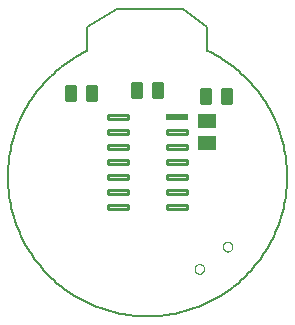
<source format=gbp>
G75*
%MOIN*%
%OFA0B0*%
%FSLAX25Y25*%
%IPPOS*%
%LPD*%
%AMOC8*
5,1,8,0,0,1.08239X$1,22.5*
%
%ADD10C,0.00600*%
%ADD11C,0.00000*%
%ADD12R,0.07677X0.02323*%
%ADD13C,0.01161*%
%ADD14C,0.01000*%
%ADD15R,0.05906X0.05118*%
D10*
X0061300Y0123300D02*
X0060276Y0122797D01*
X0059265Y0122269D01*
X0058267Y0121717D01*
X0057283Y0121140D01*
X0056314Y0120539D01*
X0055359Y0119915D01*
X0054420Y0119267D01*
X0053498Y0118597D01*
X0052591Y0117904D01*
X0051703Y0117189D01*
X0050832Y0116453D01*
X0049979Y0115695D01*
X0049145Y0114917D01*
X0048331Y0114118D01*
X0047536Y0113300D01*
X0046761Y0112463D01*
X0046008Y0111606D01*
X0045275Y0110732D01*
X0044565Y0109840D01*
X0043876Y0108931D01*
X0043210Y0108005D01*
X0042567Y0107063D01*
X0041947Y0106106D01*
X0041350Y0105133D01*
X0040778Y0104147D01*
X0040230Y0103146D01*
X0039707Y0102133D01*
X0039208Y0101107D01*
X0038735Y0100069D01*
X0038288Y0099020D01*
X0037867Y0097960D01*
X0037471Y0096890D01*
X0037102Y0095811D01*
X0036760Y0094723D01*
X0036444Y0093627D01*
X0036155Y0092523D01*
X0035894Y0091413D01*
X0035659Y0090297D01*
X0035452Y0089175D01*
X0035273Y0088049D01*
X0035122Y0086918D01*
X0034998Y0085784D01*
X0034902Y0084648D01*
X0034833Y0083509D01*
X0034793Y0082369D01*
X0034781Y0081229D01*
X0034797Y0080088D01*
X0034840Y0078948D01*
X0034912Y0077810D01*
X0035012Y0076674D01*
X0035139Y0075540D01*
X0035294Y0074410D01*
X0035477Y0073285D01*
X0035687Y0072163D01*
X0035925Y0071048D01*
X0036190Y0069938D01*
X0036482Y0068836D01*
X0036801Y0067741D01*
X0037147Y0066654D01*
X0037519Y0065576D01*
X0037918Y0064507D01*
X0038343Y0063449D01*
X0038793Y0062401D01*
X0039269Y0061364D01*
X0039771Y0060340D01*
X0040297Y0059328D01*
X0040848Y0058329D01*
X0041423Y0057344D01*
X0042023Y0056374D01*
X0042646Y0055418D01*
X0043292Y0054478D01*
X0043961Y0053555D01*
X0044652Y0052648D01*
X0045366Y0051758D01*
X0046101Y0050886D01*
X0046857Y0050032D01*
X0047634Y0049197D01*
X0048431Y0048381D01*
X0049248Y0047585D01*
X0050085Y0046809D01*
X0050940Y0046054D01*
X0051813Y0045321D01*
X0052704Y0044608D01*
X0053612Y0043918D01*
X0054537Y0043251D01*
X0055478Y0042606D01*
X0056434Y0041985D01*
X0057405Y0041387D01*
X0058391Y0040813D01*
X0059391Y0040263D01*
X0060403Y0039739D01*
X0061429Y0039239D01*
X0062466Y0038764D01*
X0063514Y0038315D01*
X0064574Y0037892D01*
X0065643Y0037495D01*
X0066722Y0037124D01*
X0067809Y0036780D01*
X0068905Y0036463D01*
X0070008Y0036172D01*
X0071117Y0035909D01*
X0072233Y0035673D01*
X0073355Y0035465D01*
X0074481Y0035284D01*
X0075611Y0035130D01*
X0076745Y0035005D01*
X0077881Y0034907D01*
X0079020Y0034837D01*
X0080159Y0034795D01*
X0081300Y0034781D01*
X0082441Y0034795D01*
X0083580Y0034837D01*
X0084719Y0034907D01*
X0085855Y0035005D01*
X0086989Y0035130D01*
X0088119Y0035284D01*
X0089245Y0035465D01*
X0090367Y0035673D01*
X0091483Y0035909D01*
X0092592Y0036172D01*
X0093695Y0036463D01*
X0094791Y0036780D01*
X0095878Y0037124D01*
X0096957Y0037495D01*
X0098026Y0037892D01*
X0099086Y0038315D01*
X0100134Y0038764D01*
X0101171Y0039239D01*
X0102197Y0039739D01*
X0103209Y0040263D01*
X0104209Y0040813D01*
X0105195Y0041387D01*
X0106166Y0041985D01*
X0107122Y0042606D01*
X0108063Y0043251D01*
X0108988Y0043918D01*
X0109896Y0044608D01*
X0110787Y0045321D01*
X0111660Y0046054D01*
X0112515Y0046809D01*
X0113352Y0047585D01*
X0114169Y0048381D01*
X0114966Y0049197D01*
X0115743Y0050032D01*
X0116499Y0050886D01*
X0117234Y0051758D01*
X0117948Y0052648D01*
X0118639Y0053555D01*
X0119308Y0054478D01*
X0119954Y0055418D01*
X0120577Y0056374D01*
X0121177Y0057344D01*
X0121752Y0058329D01*
X0122303Y0059328D01*
X0122829Y0060340D01*
X0123331Y0061364D01*
X0123807Y0062401D01*
X0124257Y0063449D01*
X0124682Y0064507D01*
X0125081Y0065576D01*
X0125453Y0066654D01*
X0125799Y0067741D01*
X0126118Y0068836D01*
X0126410Y0069938D01*
X0126675Y0071048D01*
X0126913Y0072163D01*
X0127123Y0073285D01*
X0127306Y0074410D01*
X0127461Y0075540D01*
X0127588Y0076674D01*
X0127688Y0077810D01*
X0127760Y0078948D01*
X0127803Y0080088D01*
X0127819Y0081229D01*
X0127807Y0082369D01*
X0127767Y0083509D01*
X0127698Y0084648D01*
X0127602Y0085784D01*
X0127478Y0086918D01*
X0127327Y0088049D01*
X0127148Y0089175D01*
X0126941Y0090297D01*
X0126706Y0091413D01*
X0126445Y0092523D01*
X0126156Y0093627D01*
X0125840Y0094723D01*
X0125498Y0095811D01*
X0125129Y0096890D01*
X0124733Y0097960D01*
X0124312Y0099020D01*
X0123865Y0100069D01*
X0123392Y0101107D01*
X0122893Y0102133D01*
X0122370Y0103146D01*
X0121822Y0104147D01*
X0121250Y0105133D01*
X0120653Y0106106D01*
X0120033Y0107063D01*
X0119390Y0108005D01*
X0118724Y0108931D01*
X0118035Y0109840D01*
X0117325Y0110732D01*
X0116592Y0111606D01*
X0115839Y0112463D01*
X0115064Y0113300D01*
X0114269Y0114118D01*
X0113455Y0114917D01*
X0112621Y0115695D01*
X0111768Y0116453D01*
X0110897Y0117189D01*
X0110009Y0117904D01*
X0109102Y0118597D01*
X0108180Y0119267D01*
X0107241Y0119915D01*
X0106286Y0120539D01*
X0105317Y0121140D01*
X0104333Y0121717D01*
X0103335Y0122269D01*
X0102324Y0122797D01*
X0101300Y0123300D01*
X0101300Y0131300D01*
X0093300Y0137300D01*
X0071300Y0137300D01*
X0061300Y0131300D01*
X0061300Y0123300D01*
D11*
X0106428Y0057994D02*
X0106430Y0058074D01*
X0106436Y0058153D01*
X0106446Y0058232D01*
X0106460Y0058311D01*
X0106477Y0058389D01*
X0106499Y0058466D01*
X0106524Y0058541D01*
X0106554Y0058615D01*
X0106586Y0058688D01*
X0106623Y0058759D01*
X0106663Y0058828D01*
X0106706Y0058895D01*
X0106753Y0058960D01*
X0106802Y0059022D01*
X0106855Y0059082D01*
X0106911Y0059139D01*
X0106969Y0059194D01*
X0107030Y0059245D01*
X0107094Y0059293D01*
X0107160Y0059338D01*
X0107228Y0059380D01*
X0107298Y0059418D01*
X0107370Y0059452D01*
X0107443Y0059483D01*
X0107518Y0059511D01*
X0107595Y0059534D01*
X0107672Y0059554D01*
X0107750Y0059570D01*
X0107829Y0059582D01*
X0107908Y0059590D01*
X0107988Y0059594D01*
X0108068Y0059594D01*
X0108148Y0059590D01*
X0108227Y0059582D01*
X0108306Y0059570D01*
X0108384Y0059554D01*
X0108461Y0059534D01*
X0108538Y0059511D01*
X0108613Y0059483D01*
X0108686Y0059452D01*
X0108758Y0059418D01*
X0108828Y0059380D01*
X0108896Y0059338D01*
X0108962Y0059293D01*
X0109026Y0059245D01*
X0109087Y0059194D01*
X0109145Y0059139D01*
X0109201Y0059082D01*
X0109254Y0059022D01*
X0109303Y0058960D01*
X0109350Y0058895D01*
X0109393Y0058828D01*
X0109433Y0058759D01*
X0109470Y0058688D01*
X0109502Y0058615D01*
X0109532Y0058541D01*
X0109557Y0058466D01*
X0109579Y0058389D01*
X0109596Y0058311D01*
X0109610Y0058232D01*
X0109620Y0058153D01*
X0109626Y0058074D01*
X0109628Y0057994D01*
X0109626Y0057914D01*
X0109620Y0057835D01*
X0109610Y0057756D01*
X0109596Y0057677D01*
X0109579Y0057599D01*
X0109557Y0057522D01*
X0109532Y0057447D01*
X0109502Y0057373D01*
X0109470Y0057300D01*
X0109433Y0057229D01*
X0109393Y0057160D01*
X0109350Y0057093D01*
X0109303Y0057028D01*
X0109254Y0056966D01*
X0109201Y0056906D01*
X0109145Y0056849D01*
X0109087Y0056794D01*
X0109026Y0056743D01*
X0108962Y0056695D01*
X0108896Y0056650D01*
X0108828Y0056608D01*
X0108758Y0056570D01*
X0108686Y0056536D01*
X0108613Y0056505D01*
X0108538Y0056477D01*
X0108461Y0056454D01*
X0108384Y0056434D01*
X0108306Y0056418D01*
X0108227Y0056406D01*
X0108148Y0056398D01*
X0108068Y0056394D01*
X0107988Y0056394D01*
X0107908Y0056398D01*
X0107829Y0056406D01*
X0107750Y0056418D01*
X0107672Y0056434D01*
X0107595Y0056454D01*
X0107518Y0056477D01*
X0107443Y0056505D01*
X0107370Y0056536D01*
X0107298Y0056570D01*
X0107228Y0056608D01*
X0107160Y0056650D01*
X0107094Y0056695D01*
X0107030Y0056743D01*
X0106969Y0056794D01*
X0106911Y0056849D01*
X0106855Y0056906D01*
X0106802Y0056966D01*
X0106753Y0057028D01*
X0106706Y0057093D01*
X0106663Y0057160D01*
X0106623Y0057229D01*
X0106586Y0057300D01*
X0106554Y0057373D01*
X0106524Y0057447D01*
X0106499Y0057522D01*
X0106477Y0057599D01*
X0106460Y0057677D01*
X0106446Y0057756D01*
X0106436Y0057835D01*
X0106430Y0057914D01*
X0106428Y0057994D01*
X0096972Y0050606D02*
X0096974Y0050686D01*
X0096980Y0050765D01*
X0096990Y0050844D01*
X0097004Y0050923D01*
X0097021Y0051001D01*
X0097043Y0051078D01*
X0097068Y0051153D01*
X0097098Y0051227D01*
X0097130Y0051300D01*
X0097167Y0051371D01*
X0097207Y0051440D01*
X0097250Y0051507D01*
X0097297Y0051572D01*
X0097346Y0051634D01*
X0097399Y0051694D01*
X0097455Y0051751D01*
X0097513Y0051806D01*
X0097574Y0051857D01*
X0097638Y0051905D01*
X0097704Y0051950D01*
X0097772Y0051992D01*
X0097842Y0052030D01*
X0097914Y0052064D01*
X0097987Y0052095D01*
X0098062Y0052123D01*
X0098139Y0052146D01*
X0098216Y0052166D01*
X0098294Y0052182D01*
X0098373Y0052194D01*
X0098452Y0052202D01*
X0098532Y0052206D01*
X0098612Y0052206D01*
X0098692Y0052202D01*
X0098771Y0052194D01*
X0098850Y0052182D01*
X0098928Y0052166D01*
X0099005Y0052146D01*
X0099082Y0052123D01*
X0099157Y0052095D01*
X0099230Y0052064D01*
X0099302Y0052030D01*
X0099372Y0051992D01*
X0099440Y0051950D01*
X0099506Y0051905D01*
X0099570Y0051857D01*
X0099631Y0051806D01*
X0099689Y0051751D01*
X0099745Y0051694D01*
X0099798Y0051634D01*
X0099847Y0051572D01*
X0099894Y0051507D01*
X0099937Y0051440D01*
X0099977Y0051371D01*
X0100014Y0051300D01*
X0100046Y0051227D01*
X0100076Y0051153D01*
X0100101Y0051078D01*
X0100123Y0051001D01*
X0100140Y0050923D01*
X0100154Y0050844D01*
X0100164Y0050765D01*
X0100170Y0050686D01*
X0100172Y0050606D01*
X0100170Y0050526D01*
X0100164Y0050447D01*
X0100154Y0050368D01*
X0100140Y0050289D01*
X0100123Y0050211D01*
X0100101Y0050134D01*
X0100076Y0050059D01*
X0100046Y0049985D01*
X0100014Y0049912D01*
X0099977Y0049841D01*
X0099937Y0049772D01*
X0099894Y0049705D01*
X0099847Y0049640D01*
X0099798Y0049578D01*
X0099745Y0049518D01*
X0099689Y0049461D01*
X0099631Y0049406D01*
X0099570Y0049355D01*
X0099506Y0049307D01*
X0099440Y0049262D01*
X0099372Y0049220D01*
X0099302Y0049182D01*
X0099230Y0049148D01*
X0099157Y0049117D01*
X0099082Y0049089D01*
X0099005Y0049066D01*
X0098928Y0049046D01*
X0098850Y0049030D01*
X0098771Y0049018D01*
X0098692Y0049010D01*
X0098612Y0049006D01*
X0098532Y0049006D01*
X0098452Y0049010D01*
X0098373Y0049018D01*
X0098294Y0049030D01*
X0098216Y0049046D01*
X0098139Y0049066D01*
X0098062Y0049089D01*
X0097987Y0049117D01*
X0097914Y0049148D01*
X0097842Y0049182D01*
X0097772Y0049220D01*
X0097704Y0049262D01*
X0097638Y0049307D01*
X0097574Y0049355D01*
X0097513Y0049406D01*
X0097455Y0049461D01*
X0097399Y0049518D01*
X0097346Y0049578D01*
X0097297Y0049640D01*
X0097250Y0049705D01*
X0097207Y0049772D01*
X0097167Y0049841D01*
X0097130Y0049912D01*
X0097098Y0049985D01*
X0097068Y0050059D01*
X0097043Y0050134D01*
X0097021Y0050211D01*
X0097004Y0050289D01*
X0096990Y0050368D01*
X0096980Y0050447D01*
X0096974Y0050526D01*
X0096972Y0050606D01*
D12*
X0091064Y0101300D03*
D13*
X0074794Y0071881D02*
X0068278Y0071881D01*
X0074794Y0071881D02*
X0074794Y0070719D01*
X0068278Y0070719D01*
X0068278Y0071881D01*
X0068278Y0071822D02*
X0074794Y0071822D01*
X0074794Y0076881D02*
X0068278Y0076881D01*
X0074794Y0076881D02*
X0074794Y0075719D01*
X0068278Y0075719D01*
X0068278Y0076881D01*
X0068278Y0076822D02*
X0074794Y0076822D01*
X0074794Y0081881D02*
X0068278Y0081881D01*
X0074794Y0081881D02*
X0074794Y0080719D01*
X0068278Y0080719D01*
X0068278Y0081881D01*
X0068278Y0081822D02*
X0074794Y0081822D01*
X0074794Y0086881D02*
X0068278Y0086881D01*
X0074794Y0086881D02*
X0074794Y0085719D01*
X0068278Y0085719D01*
X0068278Y0086881D01*
X0068278Y0086822D02*
X0074794Y0086822D01*
X0074794Y0091881D02*
X0068278Y0091881D01*
X0074794Y0091881D02*
X0074794Y0090719D01*
X0068278Y0090719D01*
X0068278Y0091881D01*
X0068278Y0091822D02*
X0074794Y0091822D01*
X0074794Y0096881D02*
X0068278Y0096881D01*
X0074794Y0096881D02*
X0074794Y0095719D01*
X0068278Y0095719D01*
X0068278Y0096881D01*
X0068278Y0096822D02*
X0074794Y0096822D01*
X0074794Y0101881D02*
X0068278Y0101881D01*
X0074794Y0101881D02*
X0074794Y0100719D01*
X0068278Y0100719D01*
X0068278Y0101881D01*
X0068278Y0101822D02*
X0074794Y0101822D01*
X0087806Y0096881D02*
X0094322Y0096881D01*
X0094322Y0095719D01*
X0087806Y0095719D01*
X0087806Y0096881D01*
X0087806Y0096822D02*
X0094322Y0096822D01*
X0094322Y0091881D02*
X0087806Y0091881D01*
X0094322Y0091881D02*
X0094322Y0090719D01*
X0087806Y0090719D01*
X0087806Y0091881D01*
X0087806Y0091822D02*
X0094322Y0091822D01*
X0094322Y0086881D02*
X0087806Y0086881D01*
X0094322Y0086881D02*
X0094322Y0085719D01*
X0087806Y0085719D01*
X0087806Y0086881D01*
X0087806Y0086822D02*
X0094322Y0086822D01*
X0094322Y0081881D02*
X0087806Y0081881D01*
X0094322Y0081881D02*
X0094322Y0080719D01*
X0087806Y0080719D01*
X0087806Y0081881D01*
X0087806Y0081822D02*
X0094322Y0081822D01*
X0094322Y0076881D02*
X0087806Y0076881D01*
X0094322Y0076881D02*
X0094322Y0075719D01*
X0087806Y0075719D01*
X0087806Y0076881D01*
X0087806Y0076822D02*
X0094322Y0076822D01*
X0094322Y0071881D02*
X0087806Y0071881D01*
X0094322Y0071881D02*
X0094322Y0070719D01*
X0087806Y0070719D01*
X0087806Y0071881D01*
X0087806Y0071822D02*
X0094322Y0071822D01*
D14*
X0099300Y0110550D02*
X0102300Y0110550D01*
X0102300Y0106050D01*
X0099300Y0106050D01*
X0099300Y0110550D01*
X0099300Y0107000D02*
X0102300Y0107000D01*
X0102300Y0107950D02*
X0099300Y0107950D01*
X0099300Y0108900D02*
X0102300Y0108900D01*
X0102300Y0109850D02*
X0099300Y0109850D01*
X0106300Y0110550D02*
X0109300Y0110550D01*
X0109300Y0106050D01*
X0106300Y0106050D01*
X0106300Y0110550D01*
X0106300Y0107000D02*
X0109300Y0107000D01*
X0109300Y0107950D02*
X0106300Y0107950D01*
X0106300Y0108900D02*
X0109300Y0108900D01*
X0109300Y0109850D02*
X0106300Y0109850D01*
X0086300Y0112550D02*
X0083300Y0112550D01*
X0086300Y0112550D02*
X0086300Y0108050D01*
X0083300Y0108050D01*
X0083300Y0112550D01*
X0083300Y0109000D02*
X0086300Y0109000D01*
X0086300Y0109950D02*
X0083300Y0109950D01*
X0083300Y0110900D02*
X0086300Y0110900D01*
X0086300Y0111850D02*
X0083300Y0111850D01*
X0079300Y0112550D02*
X0076300Y0112550D01*
X0079300Y0112550D02*
X0079300Y0108050D01*
X0076300Y0108050D01*
X0076300Y0112550D01*
X0076300Y0109000D02*
X0079300Y0109000D01*
X0079300Y0109950D02*
X0076300Y0109950D01*
X0076300Y0110900D02*
X0079300Y0110900D01*
X0079300Y0111850D02*
X0076300Y0111850D01*
X0064300Y0111550D02*
X0061300Y0111550D01*
X0064300Y0111550D02*
X0064300Y0107050D01*
X0061300Y0107050D01*
X0061300Y0111550D01*
X0061300Y0108000D02*
X0064300Y0108000D01*
X0064300Y0108950D02*
X0061300Y0108950D01*
X0061300Y0109900D02*
X0064300Y0109900D01*
X0064300Y0110850D02*
X0061300Y0110850D01*
X0057300Y0111550D02*
X0054300Y0111550D01*
X0057300Y0111550D02*
X0057300Y0107050D01*
X0054300Y0107050D01*
X0054300Y0111550D01*
X0054300Y0108000D02*
X0057300Y0108000D01*
X0057300Y0108950D02*
X0054300Y0108950D01*
X0054300Y0109900D02*
X0057300Y0109900D01*
X0057300Y0110850D02*
X0054300Y0110850D01*
D15*
X0101300Y0100040D03*
X0101300Y0092560D03*
M02*

</source>
